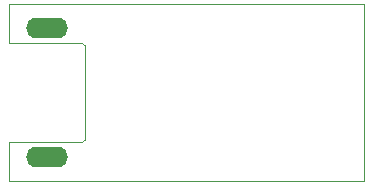
<source format=gbr>
G04 GENERATED BY PULSONIX 7.0 GERBER.DLL 4573*
%INI2C_TO_USB_BRIDGE_V1_0_2*%
%LNGERBER_PASTE_BOTTOM*%
%FSLAX33Y33*%
%IPPOS*%
%LPD*%
%OFA0B0*%
%MOMM*%
%ADD1154C,0.050*%
%ADD6205O,3.549X1.749*%
X0Y0D02*
D02*
D1154*
X114853Y133428D02*
X144853D01*
Y118428*
X114853*
Y121728*
X121053*
G75*
G03X121253Y121928J200*
G01*
Y129928*
G75*
G03X121053Y130128I-200*
G01*
X114853*
Y133428*
D02*
D6205*
X118053Y120478D03*
Y131378D03*
X0Y0D02*
M02*

</source>
